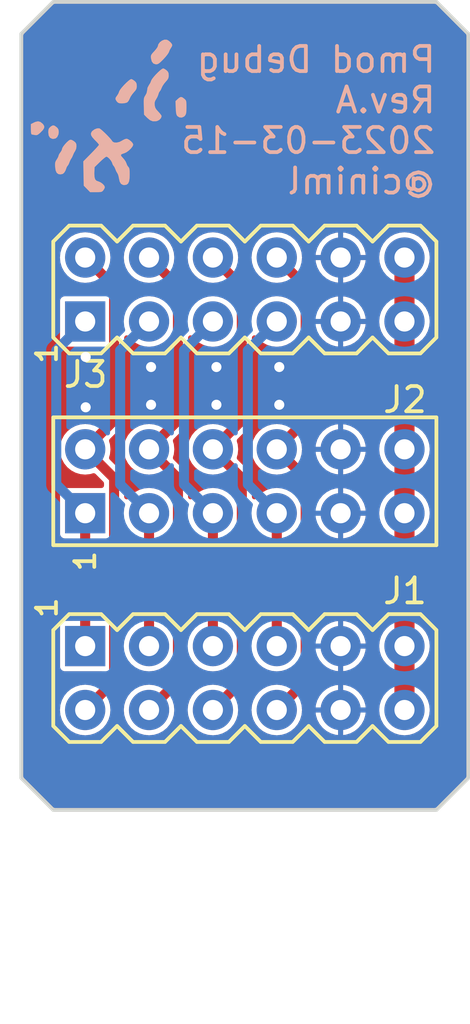
<source format=kicad_pcb>
(kicad_pcb (version 20221018) (generator pcbnew)
  (layers (0 "F.Cu" signal) (31 "B.Cu" signal) (34 "B.Paste" user) (35 "F.Paste" user) (36 "B.SilkS" user "B.Silkscreen") (37 "F.SilkS" user "F.Silkscreen") (38 "B.Mask" user) (39 "F.Mask" user) (44 "Edge.Cuts" user))
  (net 0 "")
  (net 1 "GND")
  (net 2 "/PMOD_P1")
  (net 3 "+3V3")
  (net 4 "/PMOD_P2")
  (net 5 "/PMOD_P3")
  (net 6 "/PMOD_P4")
  (net 7 "/PMOD_P7")
  (net 8 "/PMOD_P8")
  (net 9 "/PMOD_P9")
  (net 10 "/PMOD_P10")
  (footprint "local:Conn_Pmod_Spec_B_Thin" (layer "F.Cu") (at 5.08 34.49 90)
    (fp_text reference "J1" (at 2.19 12.72) (layer "F.SilkS"))
    (fp_text value "Conn_02x06_Top_Bottom")
    (fp_text user "1" (at 1.524 -1.524 90 unlocked) (layer "F.SilkS") (effects (font (size 0.8 0.8))))
    (fp_line (start -3.81 -0.635) (end -3.175 -1.27) (stroke (width 0.15)) (layer "F.SilkS"))
    (fp_line (start -3.81 0.635) (end -3.81 -0.635) (stroke (width 0.15)) (layer "F.SilkS"))
    (fp_line (start -3.81 1.905) (end -3.175 1.27) (stroke (width 0.15)) (layer "F.SilkS"))
    (fp_line (start -3.81 3.175) (end -3.81 1.905) (stroke (width 0.15)) (layer "F.SilkS"))
    (fp_line (start -3.81 4.445) (end -3.175 3.81) (stroke (width 0.15)) (layer "F.SilkS"))
    (fp_line (start -3.81 5.715) (end -3.81 4.445) (stroke (width 0.15)) (layer "F.SilkS"))
    (fp_line (start -3.81 6.985) (end -3.175 6.35) (stroke (width 0.15)) (layer "F.SilkS"))
    (fp_line (start -3.81 8.255) (end -3.81 6.985) (stroke (width 0.15)) (layer "F.SilkS"))
    (fp_line (start -3.81 9.525) (end -3.175 8.89) (stroke (width 0.15)) (layer "F.SilkS"))
    (fp_line (start -3.81 10.795) (end -3.81 9.525) (stroke (width 0.15)) (layer "F.SilkS"))
    (fp_line (start -3.81 12.065) (end -3.175 11.43) (stroke (width 0.15)) (layer "F.SilkS"))
    (fp_line (start -3.81 13.335) (end -3.81 12.065) (stroke (width 0.15)) (layer "F.SilkS"))
    (fp_line (start -3.175 -1.27) (end 0.635 -1.27) (stroke (width 0.15)) (layer "F.SilkS"))
    (fp_line (start -3.175 1.27) (end -3.81 0.635) (stroke (width 0.15)) (layer "F.SilkS"))
    (fp_line (start -3.175 3.81) (end -3.81 3.175) (stroke (width 0.15)) (layer "F.SilkS"))
    (fp_line (start -3.175 6.35) (end -3.81 5.715) (stroke (width 0.15)) (layer "F.SilkS"))
    (fp_line (start -3.175 8.89) (end -3.81 8.255) (stroke (width 0.15)) (layer "F.SilkS"))
    (fp_line (start -3.175 11.43) (end -3.81 10.795) (stroke (width 0.15)) (layer "F.SilkS"))
    (fp_line (start -3.175 13.97) (end -3.81 13.335) (stroke (width 0.15)) (layer "F.SilkS"))
    (fp_line (start 0.635 -1.27) (end 1.27 -0.635) (stroke (width 0.15)) (layer "F.SilkS"))
    (fp_line (start 0.635 1.27) (end 1.27 1.905) (stroke (width 0.15)) (layer "F.SilkS"))
    (fp_line (start 0.635 3.81) (end 1.27 4.445) (stroke (width 0.15)) (layer "F.SilkS"))
    (fp_line (start 0.635 6.35) (end 1.27 6.985) (stroke (width 0.15)) (layer "F.SilkS"))
    (fp_line (start 0.635 8.89) (end 1.27 9.525) (stroke (width 0.15)) (layer "F.SilkS"))
    (fp_line (start 0.635 11.43) (end 1.27 12.065) (stroke (width 0.15)) (layer "F.SilkS"))
    (fp_line (start 0.635 13.97) (end -3.175 13.97) (stroke (width 0.15)) (layer "F.SilkS"))
    (fp_line (start 1.27 -0.635) (end 1.27 0.635) (stroke (width 0.15)) (layer "F.SilkS"))
    (fp_line (start 1.27 0.635) (end 0.635 1.27) (stroke (width 0.15)) (layer "F.SilkS"))
    (fp_line (start 1.27 1.905) (end 1.27 3.175) (stroke (width 0.15)) (layer "F.SilkS"))
    (fp_line (start 1.27 3.175) (end 0.635 3.81) (stroke (width 0.15)) (layer "F.SilkS"))
    (fp_line (start 1.27 4.445) (end 1.27 5.715) (stroke (width 0.15)) (layer "F.SilkS"))
    (fp_line (start 1.27 5.715) (end 0.635 6.35) (stroke (width 0.15)) (layer "F.SilkS"))
    (fp_line (start 1.27 6.985) (end 1.27 8.255) (stroke (width 0.15)) (layer "F.SilkS"))
    (fp_line (start 1.27 8.255) (end 0.635 8.89) (stroke (width 0.15)) (layer "F.SilkS"))
    (fp_line (start 1.27 9.525) (end 1.27 10.795) (stroke (width 0.15)) (layer "F.SilkS"))
    (fp_line (start 1.27 10.795) (end 0.635 11.43) (stroke (width 0.15)) (layer "F.SilkS"))
    (fp_line (start 1.27 12.065) (end 1.27 13.335) (stroke (width 0.15)) (layer "F.SilkS"))
    (fp_line (start 1.27 13.335) (end 0.635 13.97) (stroke (width 0.15)) (layer "F.SilkS"))
    (pad "1" thru_hole rect (at 0 0 270) (size 1.6 1.6) (drill 0.8) (layers "*.Cu" "*.Mask") (net 2 "/PMOD_P1"))
    (pad "2" thru_hole oval (at 0 2.54 270) (size 1.6 1.6) (drill 0.8) (layers "*.Cu" "*.Mask") (net 4 "/PMOD_P2"))
    (pad "3" thru_hole oval (at 0 5.08 270) (size 1.6 1.6) (drill 0.8) (layers "*.Cu" "*.Mask") (net 5 "/PMOD_P3"))
    (pad "4" thru_hole oval (at 0 7.62 270) (size 1.6 1.6) (drill 0.8) (layers "*.Cu" "*.Mask") (net 6 "/PMOD_P4"))
    (pad "5" thru_hole oval (at 0 10.16 270) (size 1.6 1.6) (drill 0.8) (layers "*.Cu" "*.Mask") (net 1 "GND"))
    (pad "6" thru_hole oval (at 0 12.7 270) (size 1.6 1.6) (drill 0.8) (layers "*.Cu" "*.Mask") (net 3 "+3V3"))
    (pad "7" thru_hole oval (at -2.54 0 270) (size 1.6 1.6) (drill 0.8) (layers "*.Cu" "*.Mask") (net 7 "/PMOD_P7"))
    (pad "8" thru_hole oval (at -2.54 2.54 270) (size 1.6 1.6) (drill 0.8) (layers "*.Cu" "*.Mask") (net 8 "/PMOD_P8"))
    (pad "9" thru_hole oval (at -2.54 5.08 270) (size 1.6 1.6) (drill 0.8) (layers "*.Cu" "*.Mask") (net 9 "/PMOD_P9"))
    (pad "10" thru_hole oval (at -2.54 7.62 270) (size 1.6 1.6) (drill 0.8) (layers "*.Cu" "*.Mask") (net 10 "/PMOD_P10"))
    (pad "11" thru_hole oval (at -2.54 10.16 270) (size 1.6 1.6) (drill 0.8) (layers "*.Cu" "*.Mask") (net 1 "GND"))
    (pad "12" thru_hole oval (at -2.54 12.7 270) (size 1.6 1.6) (drill 0.8) (layers "*.Cu" "*.Mask") (net 3 "+3V3"))
  )
  (footprint "local:Conn_Pmod_Spec_D_Vertical_Thin" (layer "F.Cu") (at 5.08 29.21 90)
    (fp_text reference "J2" (at 4.51 12.72 180) (layer "F.SilkS"))
    (fp_text value "Conn_02x06_Top_Bottom")
    (fp_text user "1" (at -1.905 0 90 unlocked) (layer "F.SilkS") (effects (font (size 0.8 0.8))))
    (fp_line (start -1.27 -1.27) (end 3.81 -1.27) (stroke (width 0.15)) (layer "F.SilkS"))
    (fp_line (start -1.27 13.97) (end -1.27 -1.27) (stroke (width 0.15)) (layer "F.SilkS"))
    (fp_line (start 3.81 -1.27) (end 3.81 13.97) (stroke (width 0.15)) (layer "F.SilkS"))
    (fp_line (start 3.81 13.97) (end -1.27 13.97) (stroke (width 0.15)) (layer "F.SilkS"))
    (pad "1" thru_hole rect (at 0 0 270) (size 1.6 1.6) (drill 0.8) (layers "*.Cu" "*.Mask") (net 2 "/PMOD_P1"))
    (pad "2" thru_hole oval (at 0 2.54 270) (size 1.6 1.6) (drill 0.8) (layers "*.Cu" "*.Mask") (net 4 "/PMOD_P2"))
    (pad "3" thru_hole oval (at 0 5.08 270) (size 1.6 1.6) (drill 0.8) (layers "*.Cu" "*.Mask") (net 5 "/PMOD_P3"))
    (pad "4" thru_hole oval (at 0 7.62 270) (size 1.6 1.6) (drill 0.8) (layers "*.Cu" "*.Mask") (net 6 "/PMOD_P4"))
    (pad "5" thru_hole oval (at 0 10.16 270) (size 1.6 1.6) (drill 0.8) (layers "*.Cu" "*.Mask") (net 1 "GND"))
    (pad "6" thru_hole oval (at 0 12.7 270) (size 1.6 1.6) (drill 0.8) (layers "*.Cu" "*.Mask") (net 3 "+3V3"))
    (pad "7" thru_hole oval (at 2.54 0 270) (size 1.6 1.6) (drill 0.8) (layers "*.Cu" "*.Mask") (net 7 "/PMOD_P7"))
    (pad "8" thru_hole oval (at 2.54 2.54 270) (size 1.6 1.6) (drill 0.8) (layers "*.Cu" "*.Mask") (net 8 "/PMOD_P8"))
    (pad "9" thru_hole oval (at 2.54 5.08 270) (size 1.6 1.6) (drill 0.8) (layers "*.Cu" "*.Mask") (net 9 "/PMOD_P9"))
    (pad "10" thru_hole oval (at 2.54 7.62 270) (size 1.6 1.6) (drill 0.8) (layers "*.Cu" "*.Mask") (net 10 "/PMOD_P10"))
    (pad "11" thru_hole oval (at 2.54 10.16 270) (size 1.6 1.6) (drill 0.8) (layers "*.Cu" "*.Mask") (net 1 "GND"))
    (pad "12" thru_hole oval (at 2.54 12.7 270) (size 1.6 1.6) (drill 0.8) (layers "*.Cu" "*.Mask") (net 3 "+3V3"))
  )
  (footprint "local:Conn_Pmod_Spec_D_Thin" (layer "F.Cu") (at 5.08 21.59 90)
    (fp_text reference "J3" (at -2.11 0.02 180) (layer "F.SilkS"))
    (fp_text value "Conn_02x06_Top_Bottom")
    (fp_text user "1" (at -1.27 -1.524 90 unlocked) (layer "F.SilkS") (effects (font (size 0.8 0.8))))
    (fp_line (start -1.27 -0.635) (end -0.635 -1.27) (stroke (width 0.15)) (layer "F.SilkS"))
    (fp_line (start -1.27 0.635) (end -1.27 -0.635) (stroke (width 0.15)) (layer "F.SilkS"))
    (fp_line (start -1.27 1.905) (end -0.635 1.27) (stroke (width 0.15)) (layer "F.SilkS"))
    (fp_line (start -1.27 3.175) (end -1.27 1.905) (stroke (width 0.15)) (layer "F.SilkS"))
    (fp_line (start -1.27 4.445) (end -0.635 3.81) (stroke (width 0.15)) (layer "F.SilkS"))
    (fp_line (start -1.27 5.715) (end -1.27 4.445) (stroke (width 0.15)) (layer "F.SilkS"))
    (fp_line (start -1.27 6.985) (end -0.635 6.35) (stroke (width 0.15)) (layer "F.SilkS"))
    (fp_line (start -1.27 8.255) (end -1.27 6.985) (stroke (width 0.15)) (layer "F.SilkS"))
    (fp_line (start -1.27 9.525) (end -0.635 8.89) (stroke (width 0.15)) (layer "F.SilkS"))
    (fp_line (start -1.27 10.795) (end -1.27 9.525) (stroke (width 0.15)) (layer "F.SilkS"))
    (fp_line (start -1.27 12.065) (end -0.635 11.43) (stroke (width 0.15)) (layer "F.SilkS"))
    (fp_line (start -1.27 13.335) (end -1.27 12.065) (stroke (width 0.15)) (layer "F.SilkS"))
    (fp_line (start -0.635 -1.27) (end 3.175 -1.27) (stroke (width 0.15)) (layer "F.SilkS"))
    (fp_line (start -0.635 1.27) (end -1.27 0.635) (stroke (width 0.15)) (layer "F.SilkS"))
    (fp_line (start -0.635 3.81) (end -1.27 3.175) (stroke (width 0.15)) (layer "F.SilkS"))
    (fp_line (start -0.635 6.35) (end -1.27 5.715) (stroke (width 0.15)) (layer "F.SilkS"))
    (fp_line (start -0.635 8.89) (end -1.27 8.255) (stroke (width 0.15)) (layer "F.SilkS"))
    (fp_line (start -0.635 11.43) (end -1.27 10.795) (stroke (width 0.15)) (layer "F.SilkS"))
    (fp_line (start -0.635 13.97) (end -1.27 13.335) (stroke (width 0.15)) (layer "F.SilkS"))
    (fp_line (start 3.175 -1.27) (end 3.81 -0.635) (stroke (width 0.15)) (layer "F.SilkS"))
    (fp_line (start 3.175 1.27) (end 3.81 1.905) (stroke (width 0.15)) (layer "F.SilkS"))
    (fp_line (start 3.175 3.81) (end 3.81 4.445) (stroke (width 0.15)) (layer "F.SilkS"))
    (fp_line (start 3.175 6.35) (end 3.81 6.985) (stroke (width 0.15)) (layer "F.SilkS"))
    (fp_line (start 3.175 8.89) (end 3.81 9.525) (stroke (width 0.15)) (layer "F.SilkS"))
    (fp_line (start 3.175 11.43) (end 3.81 12.065) (stroke (width 0.15)) (layer "F.SilkS"))
    (fp_line (start 3.175 13.97) (end -0.635 13.97) (stroke (width 0.15)) (layer "F.SilkS"))
    (fp_line (start 3.81 -0.635) (end 3.81 0.635) (stroke (width 0.15)) (layer "F.SilkS"))
    (fp_line (start 3.81 0.635) (end 3.175 1.27) (stroke (width 0.15)) (layer "F.SilkS"))
    (fp_line (start 3.81 1.905) (end 3.81 3.175) (stroke (width 0.15)) (layer "F.SilkS"))
    (fp_line (start 3.81 3.175) (end 3.175 3.81) (stroke (width 0.15)) (layer "F.SilkS"))
    (fp_line (start 3.81 4.445) (end 3.81 5.715) (stroke (width 0.15)) (layer "F.SilkS"))
    (fp_line (start 3.81 5.715) (end 3.175 6.35) (stroke (width 0.15)) (layer "F.SilkS"))
    (fp_line (start 3.81 6.985) (end 3.81 8.255) (stroke (width 0.15)) (layer "F.SilkS"))
    (fp_line (start 3.81 8.255) (end 3.175 8.89) (stroke (width 0.15)) (layer "F.SilkS"))
    (fp_line (start 3.81 9.525) (end 3.81 10.795) (stroke (width 0.15)) (layer "F.SilkS"))
    (fp_line (start 3.81 10.795) (end 3.175 11.43) (stroke (width 0.15)) (layer "F.SilkS"))
    (fp_line (start 3.81 12.065) (end 3.81 13.335) (stroke (width 0.15)) (layer "F.SilkS"))
    (fp_line (start 3.81 13.335) (end 3.175 13.97) (stroke (width 0.15)) (layer "F.SilkS"))
    (pad "1" thru_hole rect (at 0 0 270) (size 1.6 1.6) (drill 0.8) (layers "*.Cu" "*.Mask") (net 2 "/PMOD_P1"))
    (pad "2" thru_hole oval (at 0 2.54 270) (size 1.6 1.6) (drill 0.8) (layers "*.Cu" "*.Mask") (net 4 "/PMOD_P2"))
    (pad "3" thru_hole oval (at 0 5.08 270) (size 1.6 1.6) (drill 0.8) (layers "*.Cu" "*.Mask") (net 5 "/PMOD_P3"))
    (pad "4" thru_hole oval (at 0 7.62 270) (size 1.6 1.6) (drill 0.8) (layers "*.Cu" "*.Mask") (net 6 "/PMOD_P4"))
    (pad "5" thru_hole oval (at 0 10.16 270) (size 1.6 1.6) (drill 0.8) (layers "*.Cu" "*.Mask") (net 1 "GND"))
    (pad "6" thru_hole oval (at 0 12.7 270) (size 1.6 1.6) (drill 0.8) (layers "*.Cu" "*.Mask") (net 3 "+3V3"))
    (pad "7" thru_hole oval (at 2.54 0 270) (size 1.6 1.6) (drill 0.8) (layers "*.Cu" "*.Mask") (net 7 "/PMOD_P7"))
    (pad "8" thru_hole oval (at 2.54 2.54 270) (size 1.6 1.6) (drill 0.8) (layers "*.Cu" "*.Mask") (net 8 "/PMOD_P8"))
    (pad "9" thru_hole oval (at 2.54 5.08 270) (size 1.6 1.6) (drill 0.8) (layers "*.Cu" "*.Mask") (net 9 "/PMOD_P9"))
    (pad "10" thru_hole oval (at 2.54 7.62 270) (size 1.6 1.6) (drill 0.8) (layers "*.Cu" "*.Mask") (net 10 "/PMOD_P10"))
    (pad "11" thru_hole oval (at 2.54 10.16 270) (size 1.6 1.6) (drill 0.8) (layers "*.Cu" "*.Mask") (net 1 "GND"))
    (pad "12" thru_hole oval (at 2.54 12.7 270) (size 1.6 1.6) (drill 0.8) (layers "*.Cu" "*.Mask") (net 3 "+3V3"))
  )
  (footprint "local:logo" (layer "B.Cu") (at 6 13.4 180)
    (fp_text reference "LOGO1" hide)
    (fp_text value "Logo_Open_Hardware_Small" hide)
    (fp_poly (pts (xy 2.266534 -0.431852) (xy 2.305593 -0.463223) (xy 2.355262 -0.515521) (xy 2.378658 -0.575002) (xy 2.384765 -0.665353) (xy 2.384778 -0.671927) (xy 2.367945 -0.801733) (xy 2.317161 -0.886684) (xy 2.231998 -0.927335) (xy 2.184897 -0.931334) (xy 2.094536 -0.911088) (xy 2.034049 -0.856972) (xy 1.984825 -0.749721) (xy 1.975556 -0.661925) (xy 1.983784 -0.573551) (xy 2.017069 -0.511515) (xy 2.062388 -0.468176) (xy 2.140159 -0.412537) (xy 2.201815 -0.40056) (xy 2.266534 -0.431852)) (stroke (width 0.01)) (fill solid) (layer "B.SilkS"))
    (fp_poly (pts (xy 2.900714 -0.263428) (xy 2.951144 -0.286205) (xy 3.076222 -0.348672) (xy 3.076222 -0.550632) (xy 3.072234 -0.669347) (xy 3.05976 -0.736614) (xy 3.040945 -0.756825) (xy 2.989587 -0.764971) (xy 2.916398 -0.778483) (xy 2.860413 -0.783104) (xy 2.809802 -0.766674) (xy 2.747835 -0.721382) (xy 2.697202 -0.676145) (xy 2.602329 -0.577949) (xy 2.555018 -0.497724) (xy 2.553042 -0.42685) (xy 2.594173 -0.356709) (xy 2.610128 -0.339113) (xy 2.70204 -0.264318) (xy 2.79423 -0.239814) (xy 2.900714 -0.263428)) (stroke (width 0.01)) (fill solid) (layer "B.SilkS"))
    (fp_poly (pts (xy -2.821762 0.697439) (xy -2.76603 0.649347) (xy -2.675646 0.564916) (xy -2.685434 0.299476) (xy -2.692719 0.164645) (xy -2.704341 0.073676) (xy -2.722756 0.014017) (xy -2.748985 -0.025316) (xy -2.829438 -0.076831) (xy -2.923103 -0.083052) (xy -3.01085 -0.044945) (xy -3.045951 -0.010305) (xy -3.07453 0.034395) (xy -3.092145 0.089239) (xy -3.101259 0.16837) (xy -3.104331 0.285931) (xy -3.104444 0.325853) (xy -3.103697 0.449162) (xy -3.099073 0.529802) (xy -3.087001 0.581546) (xy -3.06391 0.618166) (xy -3.026228 0.653438) (xy -3.017612 0.660713) (xy -2.942438 0.715306) (xy -2.883435 0.727832) (xy -2.821762 0.697439)) (stroke (width 0.01)) (fill solid) (layer "B.SilkS"))
    (fp_poly (pts (xy -2.136828 2.967847) (xy -2.051213 2.903292) (xy -1.99239 2.823171) (xy -1.975555 2.755169) (xy -1.957022 2.70896) (xy -1.90817 2.637898) (xy -1.839127 2.556509) (xy -1.830995 2.547824) (xy -1.756918 2.467201) (xy -1.714966 2.410472) (xy -1.697559 2.361412) (xy -1.697118 2.303796) (xy -1.700657 2.268785) (xy -1.732754 2.142515) (xy -1.795162 2.063728) (xy -1.887765 2.03256) (xy -1.904604 2.032) (xy -1.953741 2.038825) (xy -2.005189 2.064185) (xy -2.06924 2.115406) (xy -2.156184 2.199812) (xy -2.192054 2.236611) (xy -2.279064 2.332599) (xy -2.351105 2.423213) (xy -2.398229 2.495367) (xy -2.41024 2.523661) (xy -2.444002 2.6089) (xy -2.485305 2.675634) (xy -2.524508 2.739889) (xy -2.54 2.792526) (xy -2.517976 2.846273) (xy -2.463148 2.910392) (xy -2.392381 2.968442) (xy -2.323349 3.00374) (xy -2.232964 3.005207) (xy -2.136828 2.967847)) (stroke (width 0.01)) (fill solid) (layer "B.SilkS"))
    (fp_poly (pts (xy -0.865785 1.418897) (xy -0.795105 1.364712) (xy -0.710403 1.287463) (xy -0.622071 1.197835) (xy -0.540502 1.106512) (xy -0.47609 1.024179) (xy -0.439226 0.961521) (xy -0.435309 0.949202) (xy -0.402903 0.865014) (xy -0.351172 0.783474) (xy -0.349124 0.781001) (xy -0.29677 0.706358) (xy -0.287938 0.645977) (xy -0.321861 0.579131) (xy -0.340715 0.554139) (xy -0.385496 0.508646) (xy -0.440053 0.486458) (xy -0.525606 0.479893) (xy -0.546102 0.479778) (xy -0.650975 0.488496) (xy -0.733647 0.511284) (xy -0.75356 0.522198) (xy -0.802299 0.576958) (xy -0.843485 0.656487) (xy -0.848363 0.670365) (xy -0.886715 0.749038) (xy -0.950318 0.842641) (xy -1.005745 0.908957) (xy -1.075428 0.98955) (xy -1.112708 1.052551) (xy -1.127173 1.118088) (xy -1.128889 1.167504) (xy -1.121719 1.256372) (xy -1.092204 1.317245) (xy -1.042057 1.366269) (xy -0.976154 1.413187) (xy -0.921379 1.438107) (xy -0.912049 1.439333) (xy -0.865785 1.418897)) (stroke (width 0.01)) (fill solid) (layer "B.SilkS"))
    (fp_poly (pts (xy 1.57599 -1.006093) (xy 1.647291 -1.069696) (xy 1.721059 -1.148928) (xy 1.784749 -1.229604) (xy 1.82582 -1.297543) (xy 1.834445 -1.328217) (xy 1.852053 -1.389112) (xy 1.895389 -1.460716) (xy 1.905 -1.472703) (xy 1.95107 -1.538614) (xy 1.974723 -1.594267) (xy 1.975556 -1.60226) (xy 1.990872 -1.652141) (xy 2.029438 -1.724005) (xy 2.049445 -1.754589) (xy 2.090439 -1.821334) (xy 2.110827 -1.883755) (xy 2.115402 -1.964115) (xy 2.11171 -2.043786) (xy 2.092012 -2.185088) (xy 2.051581 -2.278163) (xy 1.986447 -2.32868) (xy 1.902674 -2.342445) (xy 1.810579 -2.321336) (xy 1.753778 -2.270564) (xy 1.706417 -2.19135) (xy 1.67936 -2.117292) (xy 1.653456 -2.046749) (xy 1.622407 -2.00347) (xy 1.588318 -1.956176) (xy 1.55493 -1.881712) (xy 1.550098 -1.867465) (xy 1.518115 -1.787131) (xy 1.483133 -1.725546) (xy 1.478451 -1.719723) (xy 1.443115 -1.66302) (xy 1.409132 -1.584875) (xy 1.406947 -1.578612) (xy 1.368637 -1.490983) (xy 1.322513 -1.415123) (xy 1.321928 -1.414361) (xy 1.282335 -1.32626) (xy 1.27 -1.225297) (xy 1.276774 -1.140537) (xy 1.306337 -1.083182) (xy 1.367438 -1.02922) (xy 1.456007 -0.977615) (xy 1.519697 -0.972301) (xy 1.57599 -1.006093)) (stroke (width 0.01)) (fill solid) (layer "B.SilkS"))
    (fp_poly (pts (xy -2.135785 1.84223) (xy -2.065105 1.788045) (xy -1.980403 1.710796) (xy -1.892071 1.621168) (xy -1.810502 1.529845) (xy -1.74609 1.447512) (xy -1.709226 1.384854) (xy -1.705309 1.372536) (xy -1.672903 1.288348) (xy -1.621172 1.206807) (xy -1.619124 1.204334) (xy -1.562092 1.095628) (xy -1.552222 1.015088) (xy -1.52529 0.88379) (xy -1.479499 0.798531) (xy -1.44841 0.749647) (xy -1.428137 0.703751) (xy -1.416815 0.647992) (xy -1.412582 0.569523) (xy -1.413571 0.455494) (xy -1.415999 0.360955) (xy -1.425222 0.030467) (xy -1.548381 -0.094943) (xy -1.66025 -0.188192) (xy -1.770363 -0.231715) (xy -1.892816 -0.229959) (xy -1.942283 -0.21919) (xy -2.026662 -0.176854) (xy -2.090482 -0.108322) (xy -2.116642 -0.032149) (xy -2.116666 -0.029968) (xy -2.097956 0.01073) (xy -2.049104 0.075541) (xy -1.986526 0.144299) (xy -1.90972 0.229413) (xy -1.866447 0.300756) (xy -1.845389 0.378824) (xy -1.841721 0.406532) (xy -1.838596 0.503404) (xy -1.861207 0.579968) (xy -1.89865 0.642264) (xy -1.948414 0.72999) (xy -1.983666 0.81759) (xy -1.988825 0.837661) (xy -2.013514 0.910774) (xy -2.046481 0.959863) (xy -2.080629 1.007134) (xy -2.114187 1.081564) (xy -2.119079 1.095868) (xy -2.156969 1.17324) (xy -2.220187 1.26592) (xy -2.275745 1.332291) (xy -2.345428 1.412884) (xy -2.382708 1.475884) (xy -2.397173 1.541421) (xy -2.398889 1.590838) (xy -2.391719 1.679705) (xy -2.362204 1.740579) (xy -2.312057 1.789602) (xy -2.246154 1.83652) (xy -2.191379 1.861441) (xy -2.182049 1.862666) (xy -2.135785 1.84223)) (stroke (width 0.01)) (fill solid) (layer "B.SilkS"))
    (fp_poly (pts (xy 0.447208 -0.520011) (xy 0.543941 -0.557204) (xy 0.62901 -0.618331) (xy 0.662591 -0.658298) (xy 0.688795 -0.721283) (xy 0.680807 -0.787618) (xy 0.634837 -0.865844) (xy 0.547095 -0.964499) (xy 0.510551 -1.000828) (xy 0.439543 -1.073708) (xy 0.388192 -1.133387) (xy 0.366975 -1.167624) (xy 0.366889 -1.168675) (xy 0.385777 -1.197315) (xy 0.437916 -1.258262) (xy 0.516521 -1.344035) (xy 0.614808 -1.447153) (xy 0.679222 -1.513038) (xy 0.991554 -1.829605) (xy 0.982611 -2.310677) (xy 0.973667 -2.791748) (xy 0.847846 -2.919874) (xy 0.722026 -3.048) (xy 0.490061 -3.048) (xy 0.374067 -3.046697) (xy 0.299979 -3.040309) (xy 0.253278 -3.025118) (xy 0.219444 -2.997407) (xy 0.199604 -2.973639) (xy 0.158846 -2.908353) (xy 0.141135 -2.853292) (xy 0.141111 -2.851919) (xy 0.164583 -2.792835) (xy 0.224135 -2.726849) (xy 0.303475 -2.668103) (xy 0.38631 -2.63074) (xy 0.399604 -2.627525) (xy 0.47701 -2.597565) (xy 0.52708 -2.54001) (xy 0.553336 -2.446742) (xy 0.559301 -2.309646) (xy 0.557838 -2.262875) (xy 0.549039 -2.056305) (xy 0.334523 -1.846597) (xy 0.242016 -1.76006) (xy 0.160491 -1.690892) (xy 0.100313 -1.647488) (xy 0.075545 -1.636889) (xy 0.02329 -1.659181) (xy -0.040673 -1.715257) (xy -0.101829 -1.788921) (xy -0.145662 -1.863972) (xy -0.156246 -1.89555) (xy -0.182544 -1.964516) (xy -0.212037 -2.004085) (xy -0.246126 -2.05138) (xy -0.279514 -2.125844) (xy -0.284346 -2.140091) (xy -0.317948 -2.222499) (xy -0.356407 -2.287747) (xy -0.361131 -2.29351) (xy -0.389282 -2.348791) (xy -0.41459 -2.436932) (xy -0.426026 -2.500643) (xy -0.45651 -2.634255) (xy -0.507342 -2.718978) (xy -0.582645 -2.759983) (xy -0.637326 -2.765778) (xy -0.722908 -2.751953) (xy -0.783489 -2.706418) (xy -0.822188 -2.62308) (xy -0.842126 -2.495848) (xy -0.846666 -2.357124) (xy -0.844991 -2.229537) (xy -0.838456 -2.145551) (xy -0.824795 -2.092385) (xy -0.801745 -2.057255) (xy -0.791822 -2.047559) (xy -0.746242 -1.983759) (xy -0.718429 -1.909129) (xy -0.688433 -1.839394) (xy -0.631086 -1.754787) (xy -0.584068 -1.700506) (xy -0.517268 -1.625368) (xy -0.496073 -1.576029) (xy -0.523457 -1.541562) (xy -0.602397 -1.511037) (xy -0.638532 -1.500458) (xy -0.72207 -1.46132) (xy -0.81207 -1.395652) (xy -0.895162 -1.316465) (xy -0.957972 -1.23677) (xy -0.987129 -1.169575) (xy -0.987778 -1.160665) (xy -0.965085 -1.104551) (xy -0.908373 -1.039138) (xy -0.834689 -0.979169) (xy -0.761081 -0.939391) (xy -0.722623 -0.931334) (xy -0.659841 -0.946898) (xy -0.579113 -0.986073) (xy -0.547216 -1.00617) (xy -0.444067 -1.058734) (xy -0.337517 -1.08432) (xy -0.242631 -1.081988) (xy -0.174474 -1.050796) (xy -0.158311 -1.030464) (xy -0.115785 -0.970951) (xy -0.045734 -0.889896) (xy 0.041457 -0.797547) (xy 0.135403 -0.704156) (xy 0.225719 -0.619971) (xy 0.302019 -0.555244) (xy 0.353918 -0.520224) (xy 0.361539 -0.51739) (xy 0.447208 -0.520011)) (stroke (width 0.01)) (fill solid) (layer "B.SilkS"))
  )
  (gr_line (start 20.32 39.73) (end 19.05 41) (stroke (width 0.15)) (layer "Edge.Cuts"))
  (gr_line (start 2.54 39.73) (end 2.54 10.16) (stroke (width 0.15)) (layer "Edge.Cuts"))
  (gr_line (start 20.32 10.16) (end 20.32 39.73) (stroke (width 0.15)) (layer "Edge.Cuts"))
  (gr_line (start 3.81 41) (end 19.05 41) (stroke (width 0.15)) (layer "Edge.Cuts"))
  (gr_line (start 3.81 41) (end 2.54 39.73) (stroke (width 0.15)) (layer "Edge.Cuts"))
  (gr_line (start 19.05 8.89) (end 20.32 10.16) (stroke (width 0.15)) (layer "Edge.Cuts"))
  (gr_line (start 2.54 10.16) (end 3.81 8.89) (stroke (width 0.15)) (layer "Edge.Cuts"))
  (gr_line (start 3.81 8.89) (end 19.05 8.89) (stroke (width 0.15)) (layer "Edge.Cuts"))
  (gr_text "Pmod Debug\nRev.A\n2023-03-15\n@ciniml" (at 19.1 13.6) (layer "B.SilkS") (effects (font (size 1 1)) (justify left mirror)))
  (via (at 5.1 25) (size 0.8) (drill 0.4) (layers "F.Cu" "B.Cu") (net 1))
  (via (at 7.7 24.9) (size 0.8) (drill 0.4) (layers "F.Cu" "B.Cu") (net 1))
  (via (at 10.3 24.9) (size 0.8) (drill 0.4) (layers "F.Cu" "B.Cu") (net 1))
  (via (at 7.7 23.4) (size 0.8) (drill 0.4) (layers "F.Cu" "B.Cu") (net 1))
  (via (at 12.8 24.9) (size 0.8) (drill 0.4) (layers "F.Cu" "B.Cu") (net 1))
  (via (at 12.8 23.4) (size 0.8) (drill 0.4) (layers "F.Cu" "B.Cu") (net 1))
  (via (at 5.1 23) (size 0.8) (drill 0.4) (layers "F.Cu" "B.Cu") (net 1))
  (via (at 10.3 23.4) (size 0.8) (drill 0.4) (layers "F.Cu" "B.Cu") (net 1))
  (segment (start 5.08 34.49) (end 5.08 29.21) (width 0.4) (layer "F.Cu") (net 2))
  (segment (start 3.93 22.74) (end 5.08 21.59) (width 0.4) (layer "B.Cu") (net 2))
  (segment (start 5.08 29.21) (end 3.93 28.06) (width 0.4) (layer "B.Cu") (net 2))
  (segment (start 3.93 28.06) (end 3.93 22.74) (width 0.4) (layer "B.Cu") (net 2))
  (segment (start 17.78 37.03) (end 17.78 19.05) (width 0.8) (layer "F.Cu") (net 3))
  (segment (start 7.62 34.49) (end 7.62 29.21) (width 0.4) (layer "F.Cu") (net 4))
  (segment (start 6.47 28.06) (end 6.47 22.74) (width 0.4) (layer "B.Cu") (net 4))
  (segment (start 6.47 22.74) (end 7.62 21.59) (width 0.4) (layer "B.Cu") (net 4))
  (segment (start 7.62 29.21) (end 6.47 28.06) (width 0.4) (layer "B.Cu") (net 4))
  (segment (start 10.16 34.49) (end 10.16 29.21) (width 0.4) (layer "F.Cu") (net 5))
  (segment (start 9.01 28.06) (end 9.01 22.74) (width 0.4) (layer "B.Cu") (net 5))
  (segment (start 10.16 29.21) (end 9.01 28.06) (width 0.4) (layer "B.Cu") (net 5))
  (segment (start 9.01 22.74) (end 10.16 21.59) (width 0.4) (layer "B.Cu") (net 5))
  (segment (start 12.7 34.49) (end 12.7 29.21) (width 0.4) (layer "F.Cu") (net 6))
  (segment (start 11.55 28.06) (end 11.55 22.74) (width 0.4) (layer "B.Cu") (net 6))
  (segment (start 11.55 22.74) (end 12.7 21.59) (width 0.4) (layer "B.Cu") (net 6))
  (segment (start 12.7 29.21) (end 11.55 28.06) (width 0.4) (layer "B.Cu") (net 6))
  (segment (start 6.23 35.88) (end 6.23 27.82) (width 0.4) (layer "F.Cu") (net 7))
  (segment (start 6.23 25.52) (end 6.23 20.2) (width 0.4) (layer "F.Cu") (net 7))
  (segment (start 6.23 20.2) (end 5.08 19.05) (width 0.4) (layer "F.Cu") (net 7))
  (segment (start 5.08 37.03) (end 6.23 35.88) (width 0.4) (layer "F.Cu") (net 7))
  (segment (start 5.08 26.67) (end 6.23 25.52) (width 0.4) (layer "F.Cu") (net 7))
  (segment (start 6.23 27.82) (end 5.08 26.67) (width 0.4) (layer "F.Cu") (net 7))
  (segment (start 8.77 25.52) (end 8.77 20.2) (width 0.4) (layer "F.Cu") (net 8))
  (segment (start 8.77 20.2) (end 7.62 19.05) (width 0.4) (layer "F.Cu") (net 8))
  (segment (start 7.62 37.03) (end 8.77 35.88) (width 0.4) (layer "F.Cu") (net 8))
  (segment (start 7.62 26.67) (end 8.77 25.52) (width 0.4) (layer "F.Cu") (net 8))
  (segment (start 8.77 27.82) (end 7.62 26.67) (width 0.4) (layer "F.Cu") (net 8))
  (segment (start 8.77 35.88) (end 8.77 27.82) (width 0.4) (layer "F.Cu") (net 8))
  (segment (start 10.16 26.67) (end 11.31 25.52) (width 0.4) (layer "F.Cu") (net 9))
  (segment (start 11.31 25.52) (end 11.31 20.2) (width 0.4) (layer "F.Cu") (net 9))
  (segment (start 11.31 27.82) (end 10.16 26.67) (width 0.4) (layer "F.Cu") (net 9))
  (segment (start 11.31 20.2) (end 10.16 19.05) (width 0.4) (layer "F.Cu") (net 9))
  (segment (start 10.16 37.03) (end 11.31 35.88) (width 0.4) (layer "F.Cu") (net 9))
  (segment (start 11.31 35.88) (end 11.31 27.82) (width 0.4) (layer "F.Cu") (net 9))
  (segment (start 13.85 25.52) (end 13.85 20.2) (width 0.4) (layer "F.Cu") (net 10))
  (segment (start 12.7 37.03) (end 13.85 35.88) (width 0.4) (layer "F.Cu") (net 10))
  (segment (start 13.85 27.82) (end 12.7 26.67) (width 0.4) (layer "F.Cu") (net 10))
  (segment (start 12.7 26.67) (end 13.85 25.52) (width 0.4) (layer "F.Cu") (net 10))
  (segment (start 13.85 35.88) (end 13.85 27.82) (width 0.4) (layer "F.Cu") (net 10))
  (segment (start 13.85 20.2) (end 12.7 19.05) (width 0.4) (layer "F.Cu") (net 10))
  (zone (net 1) (net_name "GND") (layers "F&B.Cu") (name "GND") (connect_pads (clearance 0.2)) (min_thickness 0.2) (fill yes (thermal_gap 0.2) (thermal_bridge_width 0.2))
    (polygon (pts (xy 20.32 41) (xy 2.54 41) (xy 2.54 8.89) (xy 20.32 8.89)))
  )
)
</source>
